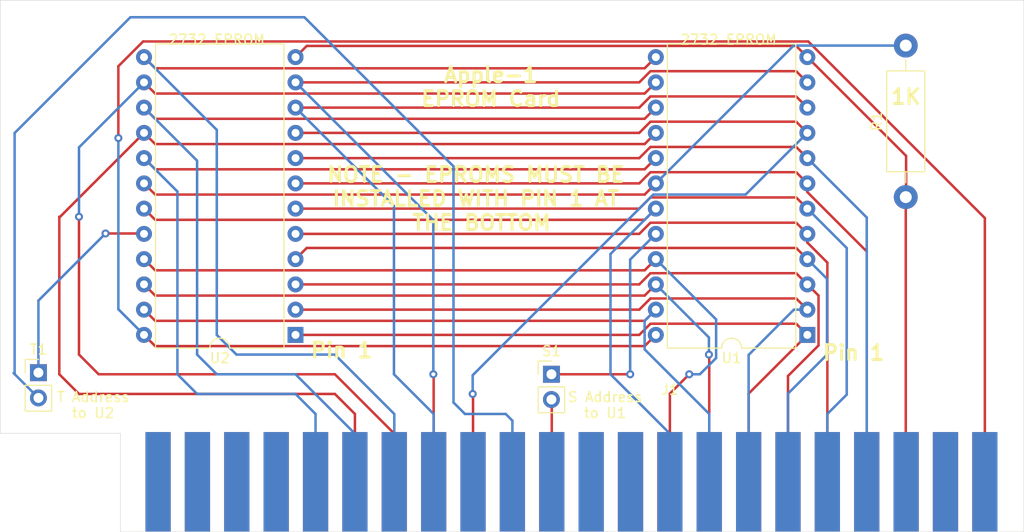
<source format=kicad_pcb>
(kicad_pcb (version 20171130) (host pcbnew "(5.1.12)-1")

  (general
    (thickness 1.6)
    (drawings 15)
    (tracks 213)
    (zones 0)
    (modules 8)
    (nets 48)
  )

  (page A4)
  (layers
    (0 F.Cu signal hide)
    (31 B.Cu signal)
    (32 B.Adhes user hide)
    (33 F.Adhes user hide)
    (34 B.Paste user hide)
    (35 F.Paste user hide)
    (36 B.SilkS user hide)
    (37 F.SilkS user)
    (38 B.Mask user hide)
    (39 F.Mask user hide)
    (40 Dwgs.User user hide)
    (41 Cmts.User user hide)
    (42 Eco1.User user hide)
    (43 Eco2.User user hide)
    (44 Edge.Cuts user)
    (45 Margin user hide)
    (46 B.CrtYd user)
    (47 F.CrtYd user hide)
    (48 B.Fab user hide)
    (49 F.Fab user hide)
  )

  (setup
    (last_trace_width 0.25)
    (trace_clearance 0.2)
    (zone_clearance 0.508)
    (zone_45_only no)
    (trace_min 0.2)
    (via_size 0.8)
    (via_drill 0.4)
    (via_min_size 0.4)
    (via_min_drill 0.3)
    (uvia_size 0.3)
    (uvia_drill 0.1)
    (uvias_allowed no)
    (uvia_min_size 0.2)
    (uvia_min_drill 0.1)
    (edge_width 0.05)
    (segment_width 0.2)
    (pcb_text_width 0.3)
    (pcb_text_size 1.5 1.5)
    (mod_edge_width 0.12)
    (mod_text_size 1 1)
    (mod_text_width 0.15)
    (pad_size 1.524 1.524)
    (pad_drill 0.762)
    (pad_to_mask_clearance 0)
    (aux_axis_origin 0 0)
    (grid_origin 129.5262 148.60746)
    (visible_elements 7FFFFFFF)
    (pcbplotparams
      (layerselection 0x010fc_ffffffff)
      (usegerberextensions true)
      (usegerberattributes false)
      (usegerberadvancedattributes false)
      (creategerberjobfile false)
      (excludeedgelayer true)
      (linewidth 0.100000)
      (plotframeref false)
      (viasonmask false)
      (mode 1)
      (useauxorigin false)
      (hpglpennumber 1)
      (hpglpenspeed 20)
      (hpglpendiameter 15.000000)
      (psnegative false)
      (psa4output false)
      (plotreference true)
      (plotvalue false)
      (plotinvisibletext false)
      (padsonsilk false)
      (subtractmaskfromsilk true)
      (outputformat 1)
      (mirror false)
      (drillshape 0)
      (scaleselection 1)
      (outputdirectory "Gerber/"))
  )

  (net 0 "")
  (net 1 "Net-(J1-Pad22)")
  (net 2 "Net-(J1-Pad20)")
  (net 3 "Net-(J1-Pad19)")
  (net 4 "Net-(J1-Pad18)")
  (net 5 "Net-(J1-Pad17)")
  (net 6 "Net-(J1-Pad16)")
  (net 7 "Net-(J1-Pad15)")
  (net 8 "Net-(J1-Pad14)")
  (net 9 "Net-(J1-Pad9)")
  (net 10 "Net-(J1-Pad8)")
  (net 11 "Net-(J1-Pad7)")
  (net 12 "Net-(J1-Pad6)")
  (net 13 "Net-(J1-PadW)")
  (net 14 "Net-(J1-PadV)")
  (net 15 "Net-(J1-PadU)")
  (net 16 "Net-(J1-PadT)")
  (net 17 "Net-(J1-PadS)")
  (net 18 "Net-(J1-PadR)")
  (net 19 "Net-(J1-PadJ)")
  (net 20 "Net-(J1-PadH)")
  (net 21 "Net-(J1-PadF)")
  (net 22 "Net-(J1-PadE)")
  (net 23 "Net-(R1-Pad2)")
  (net 24 "Net-(J1-Pad1)")
  (net 25 "Net-(J1-Pad2)")
  (net 26 "Net-(J1-Pad3)")
  (net 27 "Net-(J1-Pad4)")
  (net 28 "Net-(J1-Pad5)")
  (net 29 "Net-(J1-Pad10)")
  (net 30 "Net-(J1-Pad12)")
  (net 31 "Net-(J1-Pad13)")
  (net 32 "Net-(J1-PadA)")
  (net 33 "Net-(J1-PadB)")
  (net 34 "Net-(J1-PadC)")
  (net 35 "Net-(J1-PadD)")
  (net 36 "Net-(J1-PadK)")
  (net 37 "Net-(J1-PadM)")
  (net 38 "Net-(J1-PadN)")
  (net 39 "Net-(J1-PadP)")
  (net 40 "Net-(J1-PadX)")
  (net 41 "Net-(J1-PadY)")
  (net 42 "Net-(J1-PadZ)")
  (net 43 /S)
  (net 44 /T)
  (net 45 "Net-(S1-Pad1)")
  (net 46 "Net-(T1-Pad1)")
  (net 47 "Net-(J1-Pad21)")

  (net_class Default "This is the default net class."
    (clearance 0.2)
    (trace_width 0.25)
    (via_dia 0.8)
    (via_drill 0.4)
    (uvia_dia 0.3)
    (uvia_drill 0.1)
    (add_net /S)
    (add_net /T)
    (add_net "Net-(J1-Pad1)")
    (add_net "Net-(J1-Pad10)")
    (add_net "Net-(J1-Pad12)")
    (add_net "Net-(J1-Pad13)")
    (add_net "Net-(J1-Pad14)")
    (add_net "Net-(J1-Pad15)")
    (add_net "Net-(J1-Pad16)")
    (add_net "Net-(J1-Pad17)")
    (add_net "Net-(J1-Pad18)")
    (add_net "Net-(J1-Pad19)")
    (add_net "Net-(J1-Pad2)")
    (add_net "Net-(J1-Pad20)")
    (add_net "Net-(J1-Pad21)")
    (add_net "Net-(J1-Pad22)")
    (add_net "Net-(J1-Pad3)")
    (add_net "Net-(J1-Pad4)")
    (add_net "Net-(J1-Pad5)")
    (add_net "Net-(J1-Pad6)")
    (add_net "Net-(J1-Pad7)")
    (add_net "Net-(J1-Pad8)")
    (add_net "Net-(J1-Pad9)")
    (add_net "Net-(J1-PadA)")
    (add_net "Net-(J1-PadB)")
    (add_net "Net-(J1-PadC)")
    (add_net "Net-(J1-PadD)")
    (add_net "Net-(J1-PadE)")
    (add_net "Net-(J1-PadF)")
    (add_net "Net-(J1-PadH)")
    (add_net "Net-(J1-PadJ)")
    (add_net "Net-(J1-PadK)")
    (add_net "Net-(J1-PadM)")
    (add_net "Net-(J1-PadN)")
    (add_net "Net-(J1-PadP)")
    (add_net "Net-(J1-PadR)")
    (add_net "Net-(J1-PadS)")
    (add_net "Net-(J1-PadT)")
    (add_net "Net-(J1-PadU)")
    (add_net "Net-(J1-PadV)")
    (add_net "Net-(J1-PadW)")
    (add_net "Net-(J1-PadX)")
    (add_net "Net-(J1-PadY)")
    (add_net "Net-(J1-PadZ)")
    (add_net "Net-(R1-Pad2)")
    (add_net "Net-(S1-Pad1)")
    (add_net "Net-(T1-Pad1)")
  )

  (module MountingHole:MountingHole_3.2mm_M3 (layer F.Cu) (tedit 56D1B4CB) (tstamp 633E3C57)
    (at 213.5262 98.35746)
    (descr "Mounting Hole 3.2mm, no annular, M3")
    (tags "mounting hole 3.2mm no annular m3")
    (attr virtual)
    (fp_text reference REF** (at 0 -4.2) (layer F.SilkS)
      (effects (font (size 1 1) (thickness 0.15)))
    )
    (fp_text value MountingHole_3.2mm_M3 (at 0 4.2) (layer F.Fab)
      (effects (font (size 1 1) (thickness 0.15)))
    )
    (fp_circle (center 0 0) (end 3.45 0) (layer F.CrtYd) (width 0.05))
    (fp_circle (center 0 0) (end 3.2 0) (layer Cmts.User) (width 0.15))
    (fp_text user %R (at 0.3 0) (layer F.Fab)
      (effects (font (size 1 1) (thickness 0.15)))
    )
    (pad 1 np_thru_hole circle (at 0 0) (size 3.2 3.2) (drill 3.2) (layers *.Cu *.Mask))
  )

  (module MountingHole:MountingHole_3.2mm_M3 (layer F.Cu) (tedit 56D1B4CB) (tstamp 633E3C33)
    (at 116.7762 98.35746)
    (descr "Mounting Hole 3.2mm, no annular, M3")
    (tags "mounting hole 3.2mm no annular m3")
    (attr virtual)
    (fp_text reference REF** (at 0 -4.2) (layer F.SilkS)
      (effects (font (size 1 1) (thickness 0.15)))
    )
    (fp_text value MountingHole_3.2mm_M3 (at 0 4.2) (layer F.Fab)
      (effects (font (size 1 1) (thickness 0.15)))
    )
    (fp_circle (center 0 0) (end 3.45 0) (layer F.CrtYd) (width 0.05))
    (fp_circle (center 0 0) (end 3.2 0) (layer Cmts.User) (width 0.15))
    (fp_text user %R (at 0.3 0) (layer F.Fab)
      (effects (font (size 1 1) (thickness 0.15)))
    )
    (pad 1 np_thru_hole circle (at 0 0) (size 3.2 3.2) (drill 3.2) (layers *.Cu *.Mask))
  )

  (module Connector_PinHeader_2.54mm:PinHeader_1x02_P2.54mm_Vertical (layer F.Cu) (tedit 59FED5CC) (tstamp 62EB7B6B)
    (at 117.5262 132.60746)
    (descr "Through hole straight pin header, 1x02, 2.54mm pitch, single row")
    (tags "Through hole pin header THT 1x02 2.54mm single row")
    (path /62FD4C75)
    (fp_text reference T1 (at 0 -2.33) (layer F.SilkS)
      (effects (font (size 1 1) (thickness 0.15)))
    )
    (fp_text value Jumper (at 0 4.87) (layer F.Fab)
      (effects (font (size 1 1) (thickness 0.15)))
    )
    (fp_line (start -0.635 -1.27) (end 1.27 -1.27) (layer F.Fab) (width 0.1))
    (fp_line (start 1.27 -1.27) (end 1.27 3.81) (layer F.Fab) (width 0.1))
    (fp_line (start 1.27 3.81) (end -1.27 3.81) (layer F.Fab) (width 0.1))
    (fp_line (start -1.27 3.81) (end -1.27 -0.635) (layer F.Fab) (width 0.1))
    (fp_line (start -1.27 -0.635) (end -0.635 -1.27) (layer F.Fab) (width 0.1))
    (fp_line (start -1.33 3.87) (end 1.33 3.87) (layer F.SilkS) (width 0.12))
    (fp_line (start -1.33 1.27) (end -1.33 3.87) (layer F.SilkS) (width 0.12))
    (fp_line (start 1.33 1.27) (end 1.33 3.87) (layer F.SilkS) (width 0.12))
    (fp_line (start -1.33 1.27) (end 1.33 1.27) (layer F.SilkS) (width 0.12))
    (fp_line (start -1.33 0) (end -1.33 -1.33) (layer F.SilkS) (width 0.12))
    (fp_line (start -1.33 -1.33) (end 0 -1.33) (layer F.SilkS) (width 0.12))
    (fp_line (start -1.8 -1.8) (end -1.8 4.35) (layer F.CrtYd) (width 0.05))
    (fp_line (start -1.8 4.35) (end 1.8 4.35) (layer F.CrtYd) (width 0.05))
    (fp_line (start 1.8 4.35) (end 1.8 -1.8) (layer F.CrtYd) (width 0.05))
    (fp_line (start 1.8 -1.8) (end -1.8 -1.8) (layer F.CrtYd) (width 0.05))
    (fp_text user %R (at 0 1.27 90) (layer F.Fab)
      (effects (font (size 1 1) (thickness 0.15)))
    )
    (pad 1 thru_hole rect (at 0 0) (size 1.7 1.7) (drill 1) (layers *.Cu *.Mask)
      (net 46 "Net-(T1-Pad1)"))
    (pad 2 thru_hole oval (at 0 2.54) (size 1.7 1.7) (drill 1) (layers *.Cu *.Mask)
      (net 44 /T))
    (model ${KISYS3DMOD}/Connector_PinHeader_2.54mm.3dshapes/PinHeader_1x02_P2.54mm_Vertical.wrl
      (at (xyz 0 0 0))
      (scale (xyz 1 1 1))
      (rotate (xyz 0 0 0))
    )
  )

  (module Package_DIP:DIP-24_W15.24mm (layer F.Cu) (tedit 5A02E8C5) (tstamp 62DCF83C)
    (at 194.8662 128.80746 180)
    (descr "24-lead though-hole mounted DIP package, row spacing 15.24 mm (600 mils)")
    (tags "THT DIP DIL PDIP 2.54mm 15.24mm 600mil")
    (path /62DBEAE8)
    (fp_text reference U1 (at 7.62 -2.33) (layer F.SilkS)
      (effects (font (size 1 1) (thickness 0.15)))
    )
    (fp_text value 2732 (at 7.62 30.27) (layer F.Fab)
      (effects (font (size 1 1) (thickness 0.15)))
    )
    (fp_line (start 16.3 -1.55) (end -1.05 -1.55) (layer F.CrtYd) (width 0.05))
    (fp_line (start 16.3 29.5) (end 16.3 -1.55) (layer F.CrtYd) (width 0.05))
    (fp_line (start -1.05 29.5) (end 16.3 29.5) (layer F.CrtYd) (width 0.05))
    (fp_line (start -1.05 -1.55) (end -1.05 29.5) (layer F.CrtYd) (width 0.05))
    (fp_line (start 14.08 -1.33) (end 8.62 -1.33) (layer F.SilkS) (width 0.12))
    (fp_line (start 14.08 29.27) (end 14.08 -1.33) (layer F.SilkS) (width 0.12))
    (fp_line (start 1.16 29.27) (end 14.08 29.27) (layer F.SilkS) (width 0.12))
    (fp_line (start 1.16 -1.33) (end 1.16 29.27) (layer F.SilkS) (width 0.12))
    (fp_line (start 6.62 -1.33) (end 1.16 -1.33) (layer F.SilkS) (width 0.12))
    (fp_line (start 0.255 -0.27) (end 1.255 -1.27) (layer F.Fab) (width 0.1))
    (fp_line (start 0.255 29.21) (end 0.255 -0.27) (layer F.Fab) (width 0.1))
    (fp_line (start 14.985 29.21) (end 0.255 29.21) (layer F.Fab) (width 0.1))
    (fp_line (start 14.985 -1.27) (end 14.985 29.21) (layer F.Fab) (width 0.1))
    (fp_line (start 1.255 -1.27) (end 14.985 -1.27) (layer F.Fab) (width 0.1))
    (fp_arc (start 7.62 -1.33) (end 6.62 -1.33) (angle -180) (layer F.SilkS) (width 0.12))
    (fp_text user %R (at 7.62 13.97) (layer F.Fab)
      (effects (font (size 1 1) (thickness 0.15)))
    )
    (pad 1 thru_hole rect (at 0 0 180) (size 1.6 1.6) (drill 0.8) (layers *.Cu *.Mask)
      (net 6 "Net-(J1-Pad16)"))
    (pad 13 thru_hole oval (at 15.24 27.94 180) (size 1.6 1.6) (drill 0.8) (layers *.Cu *.Mask)
      (net 20 "Net-(J1-PadH)"))
    (pad 2 thru_hole oval (at 0 2.54 180) (size 1.6 1.6) (drill 0.8) (layers *.Cu *.Mask)
      (net 16 "Net-(J1-PadT)"))
    (pad 14 thru_hole oval (at 15.24 25.4 180) (size 1.6 1.6) (drill 0.8) (layers *.Cu *.Mask)
      (net 11 "Net-(J1-Pad7)"))
    (pad 3 thru_hole oval (at 0 5.08 180) (size 1.6 1.6) (drill 0.8) (layers *.Cu *.Mask)
      (net 5 "Net-(J1-Pad17)"))
    (pad 15 thru_hole oval (at 15.24 22.86 180) (size 1.6 1.6) (drill 0.8) (layers *.Cu *.Mask)
      (net 21 "Net-(J1-PadF)"))
    (pad 4 thru_hole oval (at 0 7.62 180) (size 1.6 1.6) (drill 0.8) (layers *.Cu *.Mask)
      (net 15 "Net-(J1-PadU)"))
    (pad 16 thru_hole oval (at 15.24 20.32 180) (size 1.6 1.6) (drill 0.8) (layers *.Cu *.Mask)
      (net 12 "Net-(J1-Pad6)"))
    (pad 5 thru_hole oval (at 0 10.16 180) (size 1.6 1.6) (drill 0.8) (layers *.Cu *.Mask)
      (net 4 "Net-(J1-Pad18)"))
    (pad 17 thru_hole oval (at 15.24 17.78 180) (size 1.6 1.6) (drill 0.8) (layers *.Cu *.Mask)
      (net 22 "Net-(J1-PadE)"))
    (pad 6 thru_hole oval (at 0 12.7 180) (size 1.6 1.6) (drill 0.8) (layers *.Cu *.Mask)
      (net 14 "Net-(J1-PadV)"))
    (pad 18 thru_hole oval (at 15.24 15.24 180) (size 1.6 1.6) (drill 0.8) (layers *.Cu *.Mask)
      (net 23 "Net-(R1-Pad2)"))
    (pad 7 thru_hole oval (at 0 15.24 180) (size 1.6 1.6) (drill 0.8) (layers *.Cu *.Mask)
      (net 3 "Net-(J1-Pad19)"))
    (pad 19 thru_hole oval (at 15.24 12.7 180) (size 1.6 1.6) (drill 0.8) (layers *.Cu *.Mask)
      (net 18 "Net-(J1-PadR)"))
    (pad 8 thru_hole oval (at 0 17.78 180) (size 1.6 1.6) (drill 0.8) (layers *.Cu *.Mask)
      (net 13 "Net-(J1-PadW)"))
    (pad 20 thru_hole oval (at 15.24 10.16 180) (size 1.6 1.6) (drill 0.8) (layers *.Cu *.Mask)
      (net 45 "Net-(S1-Pad1)"))
    (pad 9 thru_hole oval (at 0 20.32 180) (size 1.6 1.6) (drill 0.8) (layers *.Cu *.Mask)
      (net 9 "Net-(J1-Pad9)"))
    (pad 21 thru_hole oval (at 15.24 7.62 180) (size 1.6 1.6) (drill 0.8) (layers *.Cu *.Mask)
      (net 8 "Net-(J1-Pad14)"))
    (pad 10 thru_hole oval (at 0 22.86 180) (size 1.6 1.6) (drill 0.8) (layers *.Cu *.Mask)
      (net 19 "Net-(J1-PadJ)"))
    (pad 22 thru_hole oval (at 15.24 5.08 180) (size 1.6 1.6) (drill 0.8) (layers *.Cu *.Mask)
      (net 7 "Net-(J1-Pad15)"))
    (pad 11 thru_hole oval (at 0 25.4 180) (size 1.6 1.6) (drill 0.8) (layers *.Cu *.Mask)
      (net 10 "Net-(J1-Pad8)"))
    (pad 23 thru_hole oval (at 15.24 2.54 180) (size 1.6 1.6) (drill 0.8) (layers *.Cu *.Mask)
      (net 17 "Net-(J1-PadS)"))
    (pad 12 thru_hole oval (at 0 27.94 180) (size 1.6 1.6) (drill 0.8) (layers *.Cu *.Mask)
      (net 2 "Net-(J1-Pad20)"))
    (pad 24 thru_hole oval (at 15.24 0 180) (size 1.6 1.6) (drill 0.8) (layers *.Cu *.Mask)
      (net 1 "Net-(J1-Pad22)"))
    (model ${KISYS3DMOD}/Package_DIP.3dshapes/DIP-24_W15.24mm.wrl
      (at (xyz 0 0 0))
      (scale (xyz 1 1 1))
      (rotate (xyz 0 0 0))
    )
  )

  (module Connector_PinHeader_2.54mm:PinHeader_1x02_P2.54mm_Vertical (layer F.Cu) (tedit 59FED5CC) (tstamp 62EB7631)
    (at 169.1262 132.76746)
    (descr "Through hole straight pin header, 1x02, 2.54mm pitch, single row")
    (tags "Through hole pin header THT 1x02 2.54mm single row")
    (path /62FD3CFA)
    (fp_text reference S1 (at 0 -2.33) (layer F.SilkS)
      (effects (font (size 1 1) (thickness 0.15)))
    )
    (fp_text value Jumper (at 0 4.87) (layer F.Fab)
      (effects (font (size 1 1) (thickness 0.15)))
    )
    (fp_line (start 1.8 -1.8) (end -1.8 -1.8) (layer F.CrtYd) (width 0.05))
    (fp_line (start 1.8 4.35) (end 1.8 -1.8) (layer F.CrtYd) (width 0.05))
    (fp_line (start -1.8 4.35) (end 1.8 4.35) (layer F.CrtYd) (width 0.05))
    (fp_line (start -1.8 -1.8) (end -1.8 4.35) (layer F.CrtYd) (width 0.05))
    (fp_line (start -1.33 -1.33) (end 0 -1.33) (layer F.SilkS) (width 0.12))
    (fp_line (start -1.33 0) (end -1.33 -1.33) (layer F.SilkS) (width 0.12))
    (fp_line (start -1.33 1.27) (end 1.33 1.27) (layer F.SilkS) (width 0.12))
    (fp_line (start 1.33 1.27) (end 1.33 3.87) (layer F.SilkS) (width 0.12))
    (fp_line (start -1.33 1.27) (end -1.33 3.87) (layer F.SilkS) (width 0.12))
    (fp_line (start -1.33 3.87) (end 1.33 3.87) (layer F.SilkS) (width 0.12))
    (fp_line (start -1.27 -0.635) (end -0.635 -1.27) (layer F.Fab) (width 0.1))
    (fp_line (start -1.27 3.81) (end -1.27 -0.635) (layer F.Fab) (width 0.1))
    (fp_line (start 1.27 3.81) (end -1.27 3.81) (layer F.Fab) (width 0.1))
    (fp_line (start 1.27 -1.27) (end 1.27 3.81) (layer F.Fab) (width 0.1))
    (fp_line (start -0.635 -1.27) (end 1.27 -1.27) (layer F.Fab) (width 0.1))
    (fp_text user %R (at 0 1.27 90) (layer F.Fab)
      (effects (font (size 1 1) (thickness 0.15)))
    )
    (pad 1 thru_hole rect (at 0 0) (size 1.7 1.7) (drill 1) (layers *.Cu *.Mask)
      (net 45 "Net-(S1-Pad1)"))
    (pad 2 thru_hole oval (at 0 2.54) (size 1.7 1.7) (drill 1) (layers *.Cu *.Mask)
      (net 43 /S))
    (model ${KISYS3DMOD}/Connector_PinHeader_2.54mm.3dshapes/PinHeader_1x02_P2.54mm_Vertical.wrl
      (at (xyz 0 0 0))
      (scale (xyz 1 1 1))
      (rotate (xyz 0 0 0))
    )
  )

  (module Resistor_THT:R_Axial_DIN0411_L9.9mm_D3.6mm_P15.24mm_Horizontal (layer F.Cu) (tedit 5AE5139B) (tstamp 62DE2EE9)
    (at 204.7662 114.94746 90)
    (descr "Resistor, Axial_DIN0411 series, Axial, Horizontal, pin pitch=15.24mm, 1W, length*diameter=9.9*3.6mm^2")
    (tags "Resistor Axial_DIN0411 series Axial Horizontal pin pitch 15.24mm 1W length 9.9mm diameter 3.6mm")
    (path /62E665C9)
    (fp_text reference R1 (at 7.62 -2.92 90) (layer F.SilkS)
      (effects (font (size 1 1) (thickness 0.15)))
    )
    (fp_text value R (at 7.62 2.92 90) (layer F.Fab)
      (effects (font (size 1 1) (thickness 0.15)))
    )
    (fp_line (start 16.69 -2.05) (end -1.45 -2.05) (layer F.CrtYd) (width 0.05))
    (fp_line (start 16.69 2.05) (end 16.69 -2.05) (layer F.CrtYd) (width 0.05))
    (fp_line (start -1.45 2.05) (end 16.69 2.05) (layer F.CrtYd) (width 0.05))
    (fp_line (start -1.45 -2.05) (end -1.45 2.05) (layer F.CrtYd) (width 0.05))
    (fp_line (start 13.8 0) (end 12.69 0) (layer F.SilkS) (width 0.12))
    (fp_line (start 1.44 0) (end 2.55 0) (layer F.SilkS) (width 0.12))
    (fp_line (start 12.69 -1.92) (end 2.55 -1.92) (layer F.SilkS) (width 0.12))
    (fp_line (start 12.69 1.92) (end 12.69 -1.92) (layer F.SilkS) (width 0.12))
    (fp_line (start 2.55 1.92) (end 12.69 1.92) (layer F.SilkS) (width 0.12))
    (fp_line (start 2.55 -1.92) (end 2.55 1.92) (layer F.SilkS) (width 0.12))
    (fp_line (start 15.24 0) (end 12.57 0) (layer F.Fab) (width 0.1))
    (fp_line (start 0 0) (end 2.67 0) (layer F.Fab) (width 0.1))
    (fp_line (start 12.57 -1.8) (end 2.67 -1.8) (layer F.Fab) (width 0.1))
    (fp_line (start 12.57 1.8) (end 12.57 -1.8) (layer F.Fab) (width 0.1))
    (fp_line (start 2.67 1.8) (end 12.57 1.8) (layer F.Fab) (width 0.1))
    (fp_line (start 2.67 -1.8) (end 2.67 1.8) (layer F.Fab) (width 0.1))
    (fp_text user %R (at 7.62 0 90) (layer F.Fab)
      (effects (font (size 1 1) (thickness 0.15)))
    )
    (pad 1 thru_hole circle (at 0 0 90) (size 2.4 2.4) (drill 1.2) (layers *.Cu *.Mask)
      (net 2 "Net-(J1-Pad20)"))
    (pad 2 thru_hole oval (at 15.24 0 90) (size 2.4 2.4) (drill 1.2) (layers *.Cu *.Mask)
      (net 23 "Net-(R1-Pad2)"))
    (model ${KISYS3DMOD}/Resistor_THT.3dshapes/R_Axial_DIN0411_L9.9mm_D3.6mm_P15.24mm_Horizontal.wrl
      (at (xyz 0 0 0))
      (scale (xyz 1 1 1))
      (rotate (xyz 0 0 0))
    )
  )

  (module Package_DIP:DIP-24_W15.24mm (layer F.Cu) (tedit 5A02E8C5) (tstamp 62EACB00)
    (at 143.3862 128.80746 180)
    (descr "24-lead though-hole mounted DIP package, row spacing 15.24 mm (600 mils)")
    (tags "THT DIP DIL PDIP 2.54mm 15.24mm 600mil")
    (path /62EAFEC7)
    (fp_text reference U2 (at 7.62 -2.33) (layer F.SilkS)
      (effects (font (size 1 1) (thickness 0.15)))
    )
    (fp_text value 2732 (at 7.62 30.27) (layer F.Fab)
      (effects (font (size 1 1) (thickness 0.15)))
    )
    (fp_line (start 1.255 -1.27) (end 14.985 -1.27) (layer F.Fab) (width 0.1))
    (fp_line (start 14.985 -1.27) (end 14.985 29.21) (layer F.Fab) (width 0.1))
    (fp_line (start 14.985 29.21) (end 0.255 29.21) (layer F.Fab) (width 0.1))
    (fp_line (start 0.255 29.21) (end 0.255 -0.27) (layer F.Fab) (width 0.1))
    (fp_line (start 0.255 -0.27) (end 1.255 -1.27) (layer F.Fab) (width 0.1))
    (fp_line (start 6.62 -1.33) (end 1.16 -1.33) (layer F.SilkS) (width 0.12))
    (fp_line (start 1.16 -1.33) (end 1.16 29.27) (layer F.SilkS) (width 0.12))
    (fp_line (start 1.16 29.27) (end 14.08 29.27) (layer F.SilkS) (width 0.12))
    (fp_line (start 14.08 29.27) (end 14.08 -1.33) (layer F.SilkS) (width 0.12))
    (fp_line (start 14.08 -1.33) (end 8.62 -1.33) (layer F.SilkS) (width 0.12))
    (fp_line (start -1.05 -1.55) (end -1.05 29.5) (layer F.CrtYd) (width 0.05))
    (fp_line (start -1.05 29.5) (end 16.3 29.5) (layer F.CrtYd) (width 0.05))
    (fp_line (start 16.3 29.5) (end 16.3 -1.55) (layer F.CrtYd) (width 0.05))
    (fp_line (start 16.3 -1.55) (end -1.05 -1.55) (layer F.CrtYd) (width 0.05))
    (fp_arc (start 7.62 -1.33) (end 6.62 -1.33) (angle -180) (layer F.SilkS) (width 0.12))
    (fp_text user %R (at 7.62 13.97) (layer F.Fab)
      (effects (font (size 1 1) (thickness 0.15)))
    )
    (pad 1 thru_hole rect (at 0 0 180) (size 1.6 1.6) (drill 0.8) (layers *.Cu *.Mask)
      (net 6 "Net-(J1-Pad16)"))
    (pad 13 thru_hole oval (at 15.24 27.94 180) (size 1.6 1.6) (drill 0.8) (layers *.Cu *.Mask)
      (net 20 "Net-(J1-PadH)"))
    (pad 2 thru_hole oval (at 0 2.54 180) (size 1.6 1.6) (drill 0.8) (layers *.Cu *.Mask)
      (net 16 "Net-(J1-PadT)"))
    (pad 14 thru_hole oval (at 15.24 25.4 180) (size 1.6 1.6) (drill 0.8) (layers *.Cu *.Mask)
      (net 11 "Net-(J1-Pad7)"))
    (pad 3 thru_hole oval (at 0 5.08 180) (size 1.6 1.6) (drill 0.8) (layers *.Cu *.Mask)
      (net 5 "Net-(J1-Pad17)"))
    (pad 15 thru_hole oval (at 15.24 22.86 180) (size 1.6 1.6) (drill 0.8) (layers *.Cu *.Mask)
      (net 21 "Net-(J1-PadF)"))
    (pad 4 thru_hole oval (at 0 7.62 180) (size 1.6 1.6) (drill 0.8) (layers *.Cu *.Mask)
      (net 15 "Net-(J1-PadU)"))
    (pad 16 thru_hole oval (at 15.24 20.32 180) (size 1.6 1.6) (drill 0.8) (layers *.Cu *.Mask)
      (net 12 "Net-(J1-Pad6)"))
    (pad 5 thru_hole oval (at 0 10.16 180) (size 1.6 1.6) (drill 0.8) (layers *.Cu *.Mask)
      (net 4 "Net-(J1-Pad18)"))
    (pad 17 thru_hole oval (at 15.24 17.78 180) (size 1.6 1.6) (drill 0.8) (layers *.Cu *.Mask)
      (net 22 "Net-(J1-PadE)"))
    (pad 6 thru_hole oval (at 0 12.7 180) (size 1.6 1.6) (drill 0.8) (layers *.Cu *.Mask)
      (net 14 "Net-(J1-PadV)"))
    (pad 18 thru_hole oval (at 15.24 15.24 180) (size 1.6 1.6) (drill 0.8) (layers *.Cu *.Mask)
      (net 23 "Net-(R1-Pad2)"))
    (pad 7 thru_hole oval (at 0 15.24 180) (size 1.6 1.6) (drill 0.8) (layers *.Cu *.Mask)
      (net 3 "Net-(J1-Pad19)"))
    (pad 19 thru_hole oval (at 15.24 12.7 180) (size 1.6 1.6) (drill 0.8) (layers *.Cu *.Mask)
      (net 18 "Net-(J1-PadR)"))
    (pad 8 thru_hole oval (at 0 17.78 180) (size 1.6 1.6) (drill 0.8) (layers *.Cu *.Mask)
      (net 13 "Net-(J1-PadW)"))
    (pad 20 thru_hole oval (at 15.24 10.16 180) (size 1.6 1.6) (drill 0.8) (layers *.Cu *.Mask)
      (net 46 "Net-(T1-Pad1)"))
    (pad 9 thru_hole oval (at 0 20.32 180) (size 1.6 1.6) (drill 0.8) (layers *.Cu *.Mask)
      (net 9 "Net-(J1-Pad9)"))
    (pad 21 thru_hole oval (at 15.24 7.62 180) (size 1.6 1.6) (drill 0.8) (layers *.Cu *.Mask)
      (net 8 "Net-(J1-Pad14)"))
    (pad 10 thru_hole oval (at 0 22.86 180) (size 1.6 1.6) (drill 0.8) (layers *.Cu *.Mask)
      (net 19 "Net-(J1-PadJ)"))
    (pad 22 thru_hole oval (at 15.24 5.08 180) (size 1.6 1.6) (drill 0.8) (layers *.Cu *.Mask)
      (net 7 "Net-(J1-Pad15)"))
    (pad 11 thru_hole oval (at 0 25.4 180) (size 1.6 1.6) (drill 0.8) (layers *.Cu *.Mask)
      (net 10 "Net-(J1-Pad8)"))
    (pad 23 thru_hole oval (at 15.24 2.54 180) (size 1.6 1.6) (drill 0.8) (layers *.Cu *.Mask)
      (net 17 "Net-(J1-PadS)"))
    (pad 12 thru_hole oval (at 0 27.94 180) (size 1.6 1.6) (drill 0.8) (layers *.Cu *.Mask)
      (net 2 "Net-(J1-Pad20)"))
    (pad 24 thru_hole oval (at 15.24 0 180) (size 1.6 1.6) (drill 0.8) (layers *.Cu *.Mask)
      (net 1 "Net-(J1-Pad22)"))
    (model ${KISYS3DMOD}/Package_DIP.3dshapes/DIP-24_W15.24mm.wrl
      (at (xyz 0 0 0))
      (scale (xyz 1 1 1))
      (rotate (xyz 0 0 0))
    )
  )

  (module Connector_PCBEdge:Apple-1Bus (layer F.Cu) (tedit 62E53729) (tstamp 62E56327)
    (at 185 145)
    (descr "AT ISA 16 bits Bus Edge Connector")
    (tags "BUS ISA AT Edge connector")
    (path /62DBBC70)
    (attr virtual)
    (fp_text reference J1 (at -3.96 -10.68) (layer F.SilkS)
      (effects (font (size 1 1) (thickness 0.15)))
    )
    (fp_text value Conn_02x22_Apple_1-Connector_Generic_apple (at -51.48 -10.68) (layer F.Fab)
      (effects (font (size 1 1) (thickness 0.15)))
    )
    (fp_text user %R (at -3.96 -10.68) (layer F.Fab)
      (effects (font (size 1 1) (thickness 0.15)))
    )
    (pad 1 connect rect (at -55.44 -3.96) (size 2.54 10) (drill (offset 0 2.54)) (layers F.Cu F.Mask)
      (net 24 "Net-(J1-Pad1)"))
    (pad 2 connect rect (at -51.48 -3.96) (size 2.54 10) (drill (offset 0 2.54)) (layers F.Cu F.Mask)
      (net 25 "Net-(J1-Pad2)"))
    (pad 3 connect rect (at -47.52 -3.96) (size 2.54 10) (drill (offset 0 2.54)) (layers F.Cu F.Mask)
      (net 26 "Net-(J1-Pad3)"))
    (pad 4 connect rect (at -43.56 -3.96) (size 2.54 10) (drill (offset 0 2.54)) (layers F.Cu F.Mask)
      (net 27 "Net-(J1-Pad4)"))
    (pad 5 connect rect (at -39.6 -3.96) (size 2.54 10) (drill (offset 0 2.54)) (layers F.Cu F.Mask)
      (net 28 "Net-(J1-Pad5)"))
    (pad 6 connect rect (at -35.64 -3.96) (size 2.54 10) (drill (offset 0 2.54)) (layers F.Cu F.Mask)
      (net 12 "Net-(J1-Pad6)"))
    (pad 7 connect rect (at -31.68 -3.96) (size 2.54 10) (drill (offset 0 2.54)) (layers F.Cu F.Mask)
      (net 11 "Net-(J1-Pad7)"))
    (pad 8 connect rect (at -27.72 -3.96) (size 2.54 10) (drill (offset 0 2.54)) (layers F.Cu F.Mask)
      (net 10 "Net-(J1-Pad8)"))
    (pad 9 connect rect (at -23.76 -3.96) (size 2.54 10) (drill (offset 0 2.54)) (layers F.Cu F.Mask)
      (net 9 "Net-(J1-Pad9)"))
    (pad 10 connect rect (at -19.8 -3.96) (size 2.54 10) (drill (offset 0 2.54)) (layers F.Cu F.Mask)
      (net 29 "Net-(J1-Pad10)"))
    (pad 11 connect rect (at -15.84 -3.96) (size 2.54 10) (drill (offset 0 2.54)) (layers F.Cu F.Mask)
      (net 43 /S))
    (pad 12 connect rect (at -11.88 -3.96) (size 2.54 10) (drill (offset 0 2.54)) (layers F.Cu F.Mask)
      (net 30 "Net-(J1-Pad12)"))
    (pad 13 connect rect (at -7.92 -3.96) (size 2.54 10) (drill (offset 0 2.54)) (layers F.Cu F.Mask)
      (net 31 "Net-(J1-Pad13)"))
    (pad 14 connect rect (at -3.96 -3.96) (size 2.54 10) (drill (offset 0 2.54)) (layers F.Cu F.Mask)
      (net 8 "Net-(J1-Pad14)"))
    (pad 15 connect rect (at 0 -3.96) (size 2.54 10) (drill (offset 0 2.54)) (layers F.Cu F.Mask)
      (net 7 "Net-(J1-Pad15)"))
    (pad 16 connect rect (at 3.96 -3.96) (size 2.54 10) (drill (offset 0 2.54)) (layers F.Cu F.Mask)
      (net 6 "Net-(J1-Pad16)"))
    (pad 17 connect rect (at 7.92 -3.96) (size 2.54 10) (drill (offset 0 2.54)) (layers F.Cu F.Mask)
      (net 5 "Net-(J1-Pad17)"))
    (pad 18 connect rect (at 11.88 -3.96) (size 2.54 10) (drill (offset 0 2.54)) (layers F.Cu F.Mask)
      (net 4 "Net-(J1-Pad18)"))
    (pad 19 connect rect (at 15.84 -3.96) (size 2.54 10) (drill (offset 0 2.54)) (layers F.Cu F.Mask)
      (net 3 "Net-(J1-Pad19)"))
    (pad 20 connect rect (at 19.8 -3.96) (size 2.54 10) (drill (offset 0 2.54)) (layers F.Cu F.Mask)
      (net 2 "Net-(J1-Pad20)"))
    (pad 21 connect rect (at 23.76 -3.96) (size 2.54 10) (drill (offset 0 2.54)) (layers F.Cu F.Mask)
      (net 47 "Net-(J1-Pad21)"))
    (pad 22 connect rect (at 27.72 -3.96) (size 2.54 10) (drill (offset 0 2.54)) (layers F.Cu F.Mask)
      (net 1 "Net-(J1-Pad22)"))
    (pad A connect rect (at -55.44 -3.96) (size 2.54 10) (drill (offset 0 2.54)) (layers B.Cu B.Mask)
      (net 32 "Net-(J1-PadA)"))
    (pad B connect rect (at -51.48 -3.96) (size 2.54 10) (drill (offset 0 2.54)) (layers B.Cu B.Mask)
      (net 33 "Net-(J1-PadB)"))
    (pad C connect rect (at -47.52 -3.96) (size 2.54 10) (drill (offset 0 2.54)) (layers B.Cu B.Mask)
      (net 34 "Net-(J1-PadC)"))
    (pad D connect rect (at -43.56 -3.96) (size 2.54 10) (drill (offset 0 2.54)) (layers B.Cu B.Mask)
      (net 35 "Net-(J1-PadD)"))
    (pad E connect rect (at -39.6 -3.96) (size 2.54 10) (drill (offset 0 2.54)) (layers B.Cu B.Mask)
      (net 22 "Net-(J1-PadE)"))
    (pad F connect rect (at -35.64 -3.96) (size 2.54 10) (drill (offset 0 2.54)) (layers B.Cu B.Mask)
      (net 21 "Net-(J1-PadF)"))
    (pad H connect rect (at -31.68 -3.96) (size 2.54 10) (drill (offset 0 2.54)) (layers B.Cu B.Mask)
      (net 20 "Net-(J1-PadH)"))
    (pad J connect rect (at -27.72 -3.96) (size 2.54 10) (drill (offset 0 2.54)) (layers B.Cu B.Mask)
      (net 19 "Net-(J1-PadJ)"))
    (pad K connect rect (at -23.76 -3.96) (size 2.54 10) (drill (offset 0 2.54)) (layers B.Cu B.Mask)
      (net 36 "Net-(J1-PadK)"))
    (pad L connect rect (at -19.8 -3.96) (size 2.54 10) (drill (offset 0 2.54)) (layers B.Cu B.Mask)
      (net 44 /T))
    (pad M connect rect (at -15.84 -3.96) (size 2.54 10) (drill (offset 0 2.54)) (layers B.Cu B.Mask)
      (net 37 "Net-(J1-PadM)"))
    (pad N connect rect (at -11.88 -3.96) (size 2.54 10) (drill (offset 0 2.54)) (layers B.Cu B.Mask)
      (net 38 "Net-(J1-PadN)"))
    (pad P connect rect (at -7.92 -3.96) (size 2.54 10) (drill (offset 0 2.54)) (layers B.Cu B.Mask)
      (net 39 "Net-(J1-PadP)"))
    (pad R connect rect (at -3.96 -3.96) (size 2.54 10) (drill (offset 0 2.54)) (layers B.Cu B.Mask)
      (net 18 "Net-(J1-PadR)"))
    (pad S connect rect (at 0 -3.96) (size 2.54 10) (drill (offset 0 2.54)) (layers B.Cu B.Mask)
      (net 17 "Net-(J1-PadS)"))
    (pad T connect rect (at 3.96 -3.96) (size 2.54 10) (drill (offset 0 2.54)) (layers B.Cu B.Mask)
      (net 16 "Net-(J1-PadT)"))
    (pad U connect rect (at 7.92 -3.96) (size 2.54 10) (drill (offset 0 2.54)) (layers B.Cu B.Mask)
      (net 15 "Net-(J1-PadU)"))
    (pad V connect rect (at 11.88 -3.96) (size 2.54 10) (drill (offset 0 2.54)) (layers B.Cu B.Mask)
      (net 14 "Net-(J1-PadV)"))
    (pad W connect rect (at 15.84 -3.96) (size 2.54 10) (drill (offset 0 2.54)) (layers B.Cu B.Mask)
      (net 13 "Net-(J1-PadW)"))
    (pad X connect rect (at 19.8 -3.96) (size 2.54 10) (drill (offset 0 2.54)) (layers B.Cu B.Mask)
      (net 40 "Net-(J1-PadX)"))
    (pad Y connect rect (at 23.76 -3.96) (size 2.54 10) (drill (offset 0 2.54)) (layers B.Cu B.Mask)
      (net 41 "Net-(J1-PadY)"))
    (pad Z connect rect (at 27.72 -3.96) (size 2.54 10) (drill (offset 0 2.54)) (layers B.Cu B.Mask)
      (net 42 "Net-(J1-PadZ)"))
  )

  (gr_text "Pin 1" (at 148.0262 130.35746) (layer F.SilkS)
    (effects (font (size 1.5 1.5) (thickness 0.3)))
  )
  (gr_text "Pin 1" (at 199.5262 130.60746) (layer F.SilkS)
    (effects (font (size 1.5 1.5) (thickness 0.3)))
  )
  (gr_text "NOTE - EPROMS MUST BE\nINSTALLED WITH PIN 1 AT\n THE BOTTOM" (at 161.5262 115.10746) (layer F.SilkS)
    (effects (font (size 1.5 1.5) (thickness 0.3)))
  )
  (gr_text 1K (at 204.7762 104.85746) (layer F.SilkS)
    (effects (font (size 1.5 1.5) (thickness 0.3)))
  )
  (gr_text "S Address\nto U1" (at 174.5262 135.85746) (layer F.SilkS)
    (effects (font (size 1 1) (thickness 0.15)))
  )
  (gr_text "T Address\nto U2" (at 123.0262 135.85746) (layer F.SilkS)
    (effects (font (size 1 1) (thickness 0.15)))
  )
  (gr_text "2732 EPROM" (at 186.9462 99.10746) (layer F.SilkS)
    (effects (font (size 1 1) (thickness 0.15)))
  )
  (gr_text "2732 EPROM" (at 135.4662 99.10746) (layer F.SilkS)
    (effects (font (size 1 1) (thickness 0.15)))
  )
  (gr_text "Apple-1\nEPROM Card" (at 163.0262 103.85746) (layer F.SilkS)
    (effects (font (size 1.5 1.5) (thickness 0.3)))
  )
  (gr_line (start 125.7762 138.70746) (end 125.7762 148.60746) (layer Edge.Cuts) (width 0.05) (tstamp 62E5C86E))
  (gr_line (start 125.7762 138.70746) (end 113.6862 138.70746) (layer Edge.Cuts) (width 0.05))
  (gr_line (start 216.6462 95.14746) (end 216.6462 148.60746) (layer Edge.Cuts) (width 0.05))
  (gr_line (start 113.6862 95.14746) (end 216.6462 95.14746) (layer Edge.Cuts) (width 0.05))
  (gr_line (start 113.6862 138.70746) (end 113.6862 95.14746) (layer Edge.Cuts) (width 0.05))
  (gr_line (start 216.6462 148.60746) (end 125.7762 148.60746) (layer Edge.Cuts) (width 0.05))

  (segment (start 213 140.76) (end 212.72 141.04) (width 0.25) (layer F.Cu) (net 1))
  (segment (start 178.501199 129.932461) (end 179.6262 128.80746) (width 0.25) (layer F.Cu) (net 1))
  (segment (start 129.271201 129.932461) (end 178.501199 129.932461) (width 0.25) (layer F.Cu) (net 1))
  (segment (start 128.1462 128.80746) (end 129.271201 129.932461) (width 0.25) (layer F.Cu) (net 1))
  (via (at 125.5662 109.00746) (size 0.8) (drill 0.4) (layers F.Cu B.Cu) (net 1))
  (segment (start 125.5662 101.782458) (end 125.5662 109.00746) (width 0.25) (layer F.Cu) (net 1))
  (segment (start 194.956192 99.29245) (end 128.056208 99.29245) (width 0.25) (layer F.Cu) (net 1))
  (segment (start 212.72 117.056258) (end 194.956192 99.29245) (width 0.25) (layer F.Cu) (net 1))
  (segment (start 128.056208 99.29245) (end 125.5662 101.782458) (width 0.25) (layer F.Cu) (net 1))
  (segment (start 212.72 141.04) (end 212.72 117.056258) (width 0.25) (layer F.Cu) (net 1))
  (segment (start 125.5662 126.22746) (end 128.1462 128.80746) (width 0.25) (layer B.Cu) (net 1))
  (segment (start 125.5662 109.00746) (end 125.5662 126.22746) (width 0.25) (layer B.Cu) (net 1))
  (segment (start 193.741199 99.742459) (end 194.8662 100.86746) (width 0.25) (layer F.Cu) (net 2))
  (segment (start 144.511201 99.742459) (end 193.741199 99.742459) (width 0.25) (layer F.Cu) (net 2))
  (segment (start 143.3862 100.86746) (end 144.511201 99.742459) (width 0.25) (layer F.Cu) (net 2))
  (segment (start 204.8 110.80126) (end 194.8662 100.86746) (width 0.25) (layer F.Cu) (net 2))
  (segment (start 204.8 114.91366) (end 204.7662 114.94746) (width 0.25) (layer F.Cu) (net 2))
  (segment (start 204.8 110.80126) (end 204.8 114.91366) (width 0.25) (layer F.Cu) (net 2))
  (segment (start 204.7662 141.0062) (end 204.8 141.04) (width 0.25) (layer F.Cu) (net 2))
  (segment (start 204.7662 114.94746) (end 204.7662 141.0062) (width 0.25) (layer F.Cu) (net 2))
  (segment (start 193.741199 112.442459) (end 194.8662 113.56746) (width 0.25) (layer F.Cu) (net 3))
  (segment (start 179.086199 112.442459) (end 193.741199 112.442459) (width 0.25) (layer F.Cu) (net 3))
  (segment (start 177.961198 113.56746) (end 179.086199 112.442459) (width 0.25) (layer F.Cu) (net 3))
  (segment (start 143.3862 113.56746) (end 177.961198 113.56746) (width 0.25) (layer F.Cu) (net 3))
  (segment (start 194.8662 114.442458) (end 194.8662 113.56746) (width 0.25) (layer F.Cu) (net 3))
  (segment (start 200.84 120.416258) (end 194.8662 114.442458) (width 0.25) (layer F.Cu) (net 3))
  (segment (start 200.84 141.04) (end 200.84 120.416258) (width 0.25) (layer F.Cu) (net 3))
  (segment (start 193.741199 117.522459) (end 194.8662 118.64746) (width 0.25) (layer F.Cu) (net 4))
  (segment (start 179.086199 117.522459) (end 193.741199 117.522459) (width 0.25) (layer F.Cu) (net 4))
  (segment (start 177.961198 118.64746) (end 179.086199 117.522459) (width 0.25) (layer F.Cu) (net 4))
  (segment (start 143.3862 118.64746) (end 177.961198 118.64746) (width 0.25) (layer F.Cu) (net 4))
  (segment (start 194.8662 119.522458) (end 194.8662 118.64746) (width 0.25) (layer F.Cu) (net 4))
  (segment (start 196.88 121.536258) (end 194.8662 119.522458) (width 0.25) (layer F.Cu) (net 4))
  (segment (start 196.88 141.04) (end 196.88 121.536258) (width 0.25) (layer F.Cu) (net 4))
  (segment (start 192.92 141.04) (end 193.125001 140.834999) (width 0.25) (layer F.Cu) (net 5))
  (segment (start 193.741199 122.602459) (end 194.8662 123.72746) (width 0.25) (layer F.Cu) (net 5))
  (segment (start 179.086199 122.602459) (end 193.741199 122.602459) (width 0.25) (layer F.Cu) (net 5))
  (segment (start 177.961198 123.72746) (end 179.086199 122.602459) (width 0.25) (layer F.Cu) (net 5))
  (segment (start 143.3862 123.72746) (end 177.961198 123.72746) (width 0.25) (layer F.Cu) (net 5))
  (segment (start 195.991201 124.852461) (end 194.8662 123.72746) (width 0.25) (layer F.Cu) (net 5))
  (segment (start 195.991201 129.867461) (end 195.991201 124.852461) (width 0.25) (layer F.Cu) (net 5))
  (segment (start 192.92 132.938662) (end 195.991201 129.867461) (width 0.25) (layer F.Cu) (net 5))
  (segment (start 192.92 141.04) (end 192.92 132.938662) (width 0.25) (layer F.Cu) (net 5))
  (segment (start 193.741199 127.682459) (end 194.8662 128.80746) (width 0.25) (layer F.Cu) (net 6))
  (segment (start 179.086199 127.682459) (end 193.741199 127.682459) (width 0.25) (layer F.Cu) (net 6))
  (segment (start 177.961198 128.80746) (end 179.086199 127.682459) (width 0.25) (layer F.Cu) (net 6))
  (segment (start 143.3862 128.80746) (end 177.961198 128.80746) (width 0.25) (layer F.Cu) (net 6))
  (segment (start 188.96 134.71366) (end 194.8662 128.80746) (width 0.25) (layer F.Cu) (net 6))
  (segment (start 188.96 141.04) (end 188.96 134.71366) (width 0.25) (layer F.Cu) (net 6))
  (segment (start 178.501199 124.852461) (end 179.6262 123.72746) (width 0.25) (layer F.Cu) (net 7))
  (segment (start 129.271201 124.852461) (end 178.501199 124.852461) (width 0.25) (layer F.Cu) (net 7))
  (segment (start 128.1462 123.72746) (end 129.271201 124.852461) (width 0.25) (layer F.Cu) (net 7))
  (via (at 184.9662 130.78746) (size 0.8) (drill 0.4) (layers F.Cu B.Cu) (net 7))
  (segment (start 185 130.82126) (end 184.9662 130.78746) (width 0.25) (layer F.Cu) (net 7))
  (segment (start 185 141.04) (end 185 130.82126) (width 0.25) (layer F.Cu) (net 7))
  (segment (start 184.9662 129.06746) (end 179.6262 123.72746) (width 0.25) (layer B.Cu) (net 7))
  (segment (start 184.9662 130.78746) (end 184.9662 129.06746) (width 0.25) (layer B.Cu) (net 7))
  (segment (start 178.501199 122.312461) (end 179.6262 121.18746) (width 0.25) (layer F.Cu) (net 8))
  (segment (start 129.271201 122.312461) (end 178.501199 122.312461) (width 0.25) (layer F.Cu) (net 8))
  (segment (start 128.1462 121.18746) (end 129.271201 122.312461) (width 0.25) (layer F.Cu) (net 8))
  (via (at 182.9862 132.76746) (size 0.8) (drill 0.4) (layers F.Cu B.Cu) (net 8))
  (segment (start 181.04 134.71366) (end 182.9862 132.76746) (width 0.25) (layer F.Cu) (net 8))
  (segment (start 181.04 141.04) (end 181.04 134.71366) (width 0.25) (layer F.Cu) (net 8))
  (segment (start 185.691201 127.252461) (end 179.6262 121.18746) (width 0.25) (layer B.Cu) (net 8))
  (segment (start 184.059202 132.76746) (end 185.691201 131.135461) (width 0.25) (layer B.Cu) (net 8))
  (segment (start 185.691201 131.135461) (end 185.691201 127.252461) (width 0.25) (layer B.Cu) (net 8))
  (segment (start 182.9862 132.76746) (end 184.059202 132.76746) (width 0.25) (layer B.Cu) (net 8))
  (segment (start 179.086199 107.362459) (end 193.741199 107.362459) (width 0.25) (layer F.Cu) (net 9))
  (segment (start 177.961198 108.48746) (end 179.086199 107.362459) (width 0.25) (layer F.Cu) (net 9))
  (segment (start 193.741199 107.362459) (end 194.8662 108.48746) (width 0.25) (layer F.Cu) (net 9))
  (segment (start 143.3862 108.48746) (end 177.961198 108.48746) (width 0.25) (layer F.Cu) (net 9))
  (via (at 161.2062 134.74746) (size 0.8) (drill 0.4) (layers F.Cu B.Cu) (net 9))
  (segment (start 161.24 134.78126) (end 161.2062 134.74746) (width 0.25) (layer F.Cu) (net 9))
  (segment (start 161.24 141.04) (end 161.24 134.78126) (width 0.25) (layer F.Cu) (net 9))
  (segment (start 188.661199 114.692461) (end 194.8662 108.48746) (width 0.25) (layer B.Cu) (net 9))
  (segment (start 179.376197 114.692461) (end 188.661199 114.692461) (width 0.25) (layer B.Cu) (net 9))
  (segment (start 161.2062 132.862458) (end 179.376197 114.692461) (width 0.25) (layer B.Cu) (net 9))
  (segment (start 161.2062 134.74746) (end 161.2062 132.862458) (width 0.25) (layer B.Cu) (net 9))
  (segment (start 193.741199 102.282459) (end 194.8662 103.40746) (width 0.25) (layer F.Cu) (net 10))
  (segment (start 179.086199 102.282459) (end 193.741199 102.282459) (width 0.25) (layer F.Cu) (net 10))
  (segment (start 177.961198 103.40746) (end 179.086199 102.282459) (width 0.25) (layer F.Cu) (net 10))
  (segment (start 143.3862 103.40746) (end 177.961198 103.40746) (width 0.25) (layer F.Cu) (net 10))
  (via (at 157.2462 132.76746) (size 0.8) (drill 0.4) (layers F.Cu B.Cu) (net 10))
  (segment (start 157.28 132.80126) (end 157.2462 132.76746) (width 0.25) (layer F.Cu) (net 10))
  (segment (start 157.28 141.04) (end 157.28 132.80126) (width 0.25) (layer F.Cu) (net 10))
  (segment (start 157.2462 117.26746) (end 143.3862 103.40746) (width 0.25) (layer B.Cu) (net 10))
  (segment (start 157.2462 132.76746) (end 157.2462 117.26746) (width 0.25) (layer B.Cu) (net 10))
  (segment (start 178.501199 104.532461) (end 179.6262 103.40746) (width 0.25) (layer F.Cu) (net 11))
  (segment (start 129.271201 104.532461) (end 178.501199 104.532461) (width 0.25) (layer F.Cu) (net 11))
  (segment (start 128.1462 103.40746) (end 129.271201 104.532461) (width 0.25) (layer F.Cu) (net 11))
  (segment (start 153.32 141.04) (end 153.32 138.74126) (width 0.25) (layer F.Cu) (net 11))
  (segment (start 153.32 138.74126) (end 147.3462 132.76746) (width 0.25) (layer F.Cu) (net 11))
  (segment (start 147.3462 132.76746) (end 123.5862 132.76746) (width 0.25) (layer F.Cu) (net 11))
  (via (at 121.6062 116.92746) (size 0.8) (drill 0.4) (layers F.Cu B.Cu) (net 11))
  (segment (start 121.6062 130.78746) (end 121.6062 116.92746) (width 0.25) (layer F.Cu) (net 11))
  (segment (start 123.5862 132.76746) (end 121.6062 130.78746) (width 0.25) (layer F.Cu) (net 11))
  (segment (start 121.6062 109.94746) (end 128.1462 103.40746) (width 0.25) (layer B.Cu) (net 11))
  (segment (start 121.6062 116.92746) (end 121.6062 109.94746) (width 0.25) (layer B.Cu) (net 11))
  (segment (start 178.501199 109.612461) (end 179.6262 108.48746) (width 0.25) (layer F.Cu) (net 12))
  (segment (start 129.271201 109.612461) (end 178.501199 109.612461) (width 0.25) (layer F.Cu) (net 12))
  (segment (start 128.1462 108.48746) (end 129.271201 109.612461) (width 0.25) (layer F.Cu) (net 12))
  (segment (start 149.36 141.04) (end 149.36 136.76126) (width 0.25) (layer F.Cu) (net 12))
  (segment (start 149.36 136.76126) (end 147.3462 134.74746) (width 0.25) (layer F.Cu) (net 12))
  (segment (start 147.3462 134.74746) (end 121.6062 134.74746) (width 0.25) (layer F.Cu) (net 12))
  (segment (start 121.6062 134.74746) (end 119.6262 132.76746) (width 0.25) (layer F.Cu) (net 12))
  (segment (start 119.6262 132.76746) (end 119.6262 116.92746) (width 0.25) (layer F.Cu) (net 12))
  (segment (start 119.7062 116.92746) (end 128.1462 108.48746) (width 0.25) (layer F.Cu) (net 12))
  (segment (start 119.6262 116.92746) (end 119.7062 116.92746) (width 0.25) (layer F.Cu) (net 12))
  (segment (start 193.741199 109.902459) (end 194.8662 111.02746) (width 0.25) (layer F.Cu) (net 13))
  (segment (start 179.086199 109.902459) (end 193.741199 109.902459) (width 0.25) (layer F.Cu) (net 13))
  (segment (start 177.961198 111.02746) (end 179.086199 109.902459) (width 0.25) (layer F.Cu) (net 13))
  (segment (start 143.3862 111.02746) (end 177.961198 111.02746) (width 0.25) (layer F.Cu) (net 13))
  (segment (start 200.84 117.00126) (end 194.8662 111.02746) (width 0.25) (layer B.Cu) (net 13))
  (segment (start 200.84 141.04) (end 200.84 117.00126) (width 0.25) (layer B.Cu) (net 13))
  (segment (start 179.086199 114.982459) (end 193.741199 114.982459) (width 0.25) (layer F.Cu) (net 14))
  (segment (start 193.741199 114.982459) (end 194.8662 116.10746) (width 0.25) (layer F.Cu) (net 14))
  (segment (start 177.961198 116.10746) (end 179.086199 114.982459) (width 0.25) (layer F.Cu) (net 14))
  (segment (start 143.3862 116.10746) (end 177.961198 116.10746) (width 0.25) (layer F.Cu) (net 14))
  (segment (start 196.88 141.04) (end 196.88 136.76126) (width 0.25) (layer B.Cu) (net 14))
  (segment (start 196.88 136.76126) (end 198.8262 134.81506) (width 0.25) (layer B.Cu) (net 14))
  (segment (start 198.8262 120.06746) (end 194.8662 116.10746) (width 0.25) (layer B.Cu) (net 14))
  (segment (start 198.8262 134.81506) (end 198.8262 120.06746) (width 0.25) (layer B.Cu) (net 14))
  (segment (start 193.741199 120.062459) (end 194.8662 121.18746) (width 0.25) (layer F.Cu) (net 15))
  (segment (start 144.511201 120.062459) (end 193.741199 120.062459) (width 0.25) (layer F.Cu) (net 15))
  (segment (start 143.3862 121.18746) (end 144.511201 120.062459) (width 0.25) (layer F.Cu) (net 15))
  (segment (start 192.92 141.04) (end 192.92 134.71366) (width 0.25) (layer B.Cu) (net 15))
  (segment (start 192.92 134.71366) (end 196.8462 130.78746) (width 0.25) (layer B.Cu) (net 15))
  (segment (start 196.8462 123.16746) (end 194.8662 121.18746) (width 0.25) (layer B.Cu) (net 15))
  (segment (start 196.8462 130.78746) (end 196.8462 123.16746) (width 0.25) (layer B.Cu) (net 15))
  (segment (start 193.741199 125.142459) (end 194.8662 126.26746) (width 0.25) (layer F.Cu) (net 16))
  (segment (start 179.086199 125.142459) (end 193.741199 125.142459) (width 0.25) (layer F.Cu) (net 16))
  (segment (start 177.961198 126.26746) (end 179.086199 125.142459) (width 0.25) (layer F.Cu) (net 16))
  (segment (start 143.3862 126.26746) (end 177.961198 126.26746) (width 0.25) (layer F.Cu) (net 16))
  (segment (start 188.96 141.04) (end 188.96 130.82126) (width 0.25) (layer B.Cu) (net 16))
  (segment (start 193.5138 126.26746) (end 194.8662 126.26746) (width 0.25) (layer B.Cu) (net 16))
  (segment (start 188.96 130.82126) (end 193.5138 126.26746) (width 0.25) (layer B.Cu) (net 16))
  (segment (start 178.501199 127.392461) (end 179.6262 126.26746) (width 0.25) (layer F.Cu) (net 17))
  (segment (start 129.271201 127.392461) (end 178.501199 127.392461) (width 0.25) (layer F.Cu) (net 17))
  (segment (start 128.1462 126.26746) (end 129.271201 127.392461) (width 0.25) (layer F.Cu) (net 17))
  (segment (start 185 141.04) (end 185 136.76126) (width 0.25) (layer B.Cu) (net 17))
  (segment (start 178.501199 127.392461) (end 179.6262 126.26746) (width 0.25) (layer B.Cu) (net 17))
  (segment (start 178.501199 130.262459) (end 178.501199 127.392461) (width 0.25) (layer B.Cu) (net 17))
  (segment (start 185 136.76126) (end 178.501199 130.262459) (width 0.25) (layer B.Cu) (net 17))
  (segment (start 178.501199 117.232461) (end 179.6262 116.10746) (width 0.25) (layer F.Cu) (net 18))
  (segment (start 129.271201 117.232461) (end 178.501199 117.232461) (width 0.25) (layer F.Cu) (net 18))
  (segment (start 128.1462 116.10746) (end 129.271201 117.232461) (width 0.25) (layer F.Cu) (net 18))
  (segment (start 175.0662 120.66746) (end 179.6262 116.10746) (width 0.25) (layer B.Cu) (net 18))
  (segment (start 175.0662 132.76746) (end 175.0662 120.66746) (width 0.25) (layer B.Cu) (net 18))
  (segment (start 181.04 138.74126) (end 175.0662 132.76746) (width 0.25) (layer B.Cu) (net 18))
  (segment (start 181.04 141.04) (end 181.04 138.74126) (width 0.25) (layer B.Cu) (net 18))
  (segment (start 193.741199 104.822459) (end 194.8662 105.94746) (width 0.25) (layer F.Cu) (net 19))
  (segment (start 179.086199 104.822459) (end 193.741199 104.822459) (width 0.25) (layer F.Cu) (net 19))
  (segment (start 177.961198 105.94746) (end 179.086199 104.822459) (width 0.25) (layer F.Cu) (net 19))
  (segment (start 143.3862 105.94746) (end 177.961198 105.94746) (width 0.25) (layer F.Cu) (net 19))
  (segment (start 157.28 141.04) (end 157.28 136.76126) (width 0.25) (layer B.Cu) (net 19))
  (segment (start 157.28 136.76126) (end 153.2862 132.76746) (width 0.25) (layer B.Cu) (net 19))
  (segment (start 153.2862 115.84746) (end 143.3862 105.94746) (width 0.25) (layer B.Cu) (net 19))
  (segment (start 153.2862 132.76746) (end 153.2862 115.84746) (width 0.25) (layer B.Cu) (net 19))
  (segment (start 178.501199 101.992461) (end 179.6262 100.86746) (width 0.25) (layer F.Cu) (net 20))
  (segment (start 129.271201 101.992461) (end 178.501199 101.992461) (width 0.25) (layer F.Cu) (net 20))
  (segment (start 128.1462 100.86746) (end 129.271201 101.992461) (width 0.25) (layer F.Cu) (net 20))
  (segment (start 135.4662 128.80746) (end 135.4662 108.18746) (width 0.25) (layer B.Cu) (net 20))
  (segment (start 137.4462 130.78746) (end 135.4662 128.80746) (width 0.25) (layer B.Cu) (net 20))
  (segment (start 147.3462 130.78746) (end 137.4462 130.78746) (width 0.25) (layer B.Cu) (net 20))
  (segment (start 153.32 136.76126) (end 147.3462 130.78746) (width 0.25) (layer B.Cu) (net 20))
  (segment (start 135.4662 108.18746) (end 128.1462 100.86746) (width 0.25) (layer B.Cu) (net 20))
  (segment (start 153.32 141.04) (end 153.32 136.76126) (width 0.25) (layer B.Cu) (net 20))
  (segment (start 178.501199 107.072461) (end 179.6262 105.94746) (width 0.25) (layer F.Cu) (net 21))
  (segment (start 129.271201 107.072461) (end 178.501199 107.072461) (width 0.25) (layer F.Cu) (net 21))
  (segment (start 128.1462 105.94746) (end 129.271201 107.072461) (width 0.25) (layer F.Cu) (net 21))
  (segment (start 149.36 141.04) (end 149.36 138.74126) (width 0.25) (layer B.Cu) (net 21))
  (segment (start 149.36 138.74126) (end 143.3862 132.76746) (width 0.25) (layer B.Cu) (net 21))
  (segment (start 143.3862 132.76746) (end 135.4662 132.76746) (width 0.25) (layer B.Cu) (net 21))
  (segment (start 135.4662 132.76746) (end 133.4862 130.78746) (width 0.25) (layer B.Cu) (net 21))
  (segment (start 133.4862 111.28746) (end 128.1462 105.94746) (width 0.25) (layer B.Cu) (net 21))
  (segment (start 133.4862 130.78746) (end 133.4862 111.28746) (width 0.25) (layer B.Cu) (net 21))
  (segment (start 178.501199 112.152461) (end 179.6262 111.02746) (width 0.25) (layer F.Cu) (net 22))
  (segment (start 129.271201 112.152461) (end 178.501199 112.152461) (width 0.25) (layer F.Cu) (net 22))
  (segment (start 128.1462 111.02746) (end 129.271201 112.152461) (width 0.25) (layer F.Cu) (net 22))
  (segment (start 131.5062 114.38746) (end 128.1462 111.02746) (width 0.25) (layer B.Cu) (net 22))
  (segment (start 131.5062 132.76746) (end 131.5062 114.38746) (width 0.25) (layer B.Cu) (net 22))
  (segment (start 133.4862 134.74746) (end 131.5062 132.76746) (width 0.25) (layer B.Cu) (net 22))
  (segment (start 143.3862 134.74746) (end 133.4862 134.74746) (width 0.25) (layer B.Cu) (net 22))
  (segment (start 145.4 136.76126) (end 143.3862 134.74746) (width 0.25) (layer B.Cu) (net 22))
  (segment (start 145.4 141.04) (end 145.4 136.76126) (width 0.25) (layer B.Cu) (net 22))
  (segment (start 178.501199 114.692461) (end 179.6262 113.56746) (width 0.25) (layer F.Cu) (net 23))
  (segment (start 129.271201 114.692461) (end 178.501199 114.692461) (width 0.25) (layer F.Cu) (net 23))
  (segment (start 128.1462 113.56746) (end 129.271201 114.692461) (width 0.25) (layer F.Cu) (net 23))
  (segment (start 193.4862 99.70746) (end 179.6262 113.56746) (width 0.25) (layer B.Cu) (net 23))
  (segment (start 204.7662 99.70746) (end 193.4862 99.70746) (width 0.25) (layer B.Cu) (net 23))
  (segment (start 169.16 135.34126) (end 169.1262 135.30746) (width 0.25) (layer F.Cu) (net 43))
  (segment (start 169.16 141.04) (end 169.16 135.34126) (width 0.25) (layer F.Cu) (net 43))
  (segment (start 165.2 141.04) (end 165.2 137.43366) (width 0.25) (layer B.Cu) (net 44))
  (segment (start 165.2 137.43366) (end 164.5262 136.75986) (width 0.25) (layer B.Cu) (net 44))
  (segment (start 164.5262 136.75986) (end 160.4286 136.75986) (width 0.25) (layer B.Cu) (net 44))
  (segment (start 160.4286 136.75986) (end 159.2762 135.60746) (width 0.25) (layer B.Cu) (net 44))
  (segment (start 159.2762 135.60746) (end 159.2762 111.85746) (width 0.25) (layer B.Cu) (net 44))
  (segment (start 159.2762 111.85746) (end 144.2762 96.85746) (width 0.25) (layer B.Cu) (net 44))
  (segment (start 144.2762 96.85746) (end 126.7762 96.85746) (width 0.25) (layer B.Cu) (net 44))
  (segment (start 115.1312 108.50246) (end 115.1312 132.75246) (width 0.25) (layer B.Cu) (net 44))
  (segment (start 126.7762 96.85746) (end 115.1312 108.50246) (width 0.25) (layer B.Cu) (net 44))
  (segment (start 115.1312 132.75246) (end 117.5262 135.14746) (width 0.25) (layer B.Cu) (net 44))
  (segment (start 115.0262 132.64746) (end 115.1312 132.75246) (width 0.25) (layer B.Cu) (net 44))
  (segment (start 179.6262 118.64746) (end 177.0462 121.22746) (width 0.25) (layer B.Cu) (net 45))
  (via (at 177.0462 132.76746) (size 0.8) (drill 0.4) (layers F.Cu B.Cu) (net 45))
  (segment (start 177.0462 124.84746) (end 177.0462 132.76746) (width 0.25) (layer B.Cu) (net 45))
  (segment (start 177.0462 121.22746) (end 177.0462 124.84746) (width 0.25) (layer B.Cu) (net 45))
  (segment (start 177.0462 132.76746) (end 169.1262 132.76746) (width 0.25) (layer F.Cu) (net 45))
  (via (at 124.2762 118.60746) (size 0.8) (drill 0.4) (layers F.Cu B.Cu) (net 46))
  (segment (start 117.5262 125.35746) (end 124.2762 118.60746) (width 0.25) (layer B.Cu) (net 46))
  (segment (start 117.5262 132.60746) (end 117.5262 125.35746) (width 0.25) (layer B.Cu) (net 46))
  (segment (start 128.1062 118.60746) (end 128.1462 118.64746) (width 0.25) (layer F.Cu) (net 46))
  (segment (start 124.2762 118.60746) (end 128.1062 118.60746) (width 0.25) (layer F.Cu) (net 46))

)

</source>
